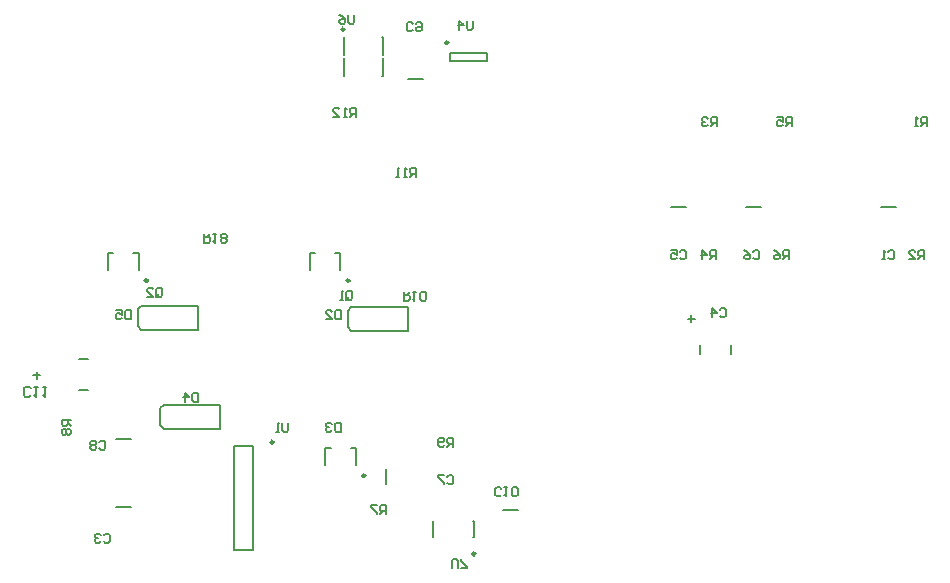
<source format=gbo>
G04 Layer_Color=32896*
%FSLAX25Y25*%
%MOIN*%
G70*
G01*
G75*
%ADD44C,0.00984*%
%ADD45C,0.00500*%
%ADD46C,0.00787*%
%ADD47C,0.00600*%
D44*
X133622Y3369D02*
G03*
X133622Y3369I-492J0D01*
G01*
X161259Y147720D02*
G03*
X161259Y147720I-492J0D01*
G01*
X126653Y152149D02*
G03*
X126653Y152149I-492J0D01*
G01*
X128372Y68369D02*
G03*
X128372Y68369I-492J0D01*
G01*
X61121D02*
G03*
X61121Y68369I-492J0D01*
G01*
X103090Y14539D02*
G03*
X103090Y14539I-492J0D01*
G01*
X170334Y-22674D02*
G03*
X170334Y-22674I-492J0D01*
G01*
D45*
X125452Y20994D02*
Y17995D01*
X123953D01*
X123453Y18495D01*
Y20495D01*
X123953Y20994D01*
X125452D01*
X122453Y20495D02*
X121953Y20994D01*
X120954D01*
X120454Y20495D01*
Y19995D01*
X120954Y19495D01*
X121453D01*
X120954D01*
X120454Y18995D01*
Y18495D01*
X120954Y17995D01*
X121953D01*
X122453Y18495D01*
D46*
X38028Y42118D02*
X41177D01*
X38028Y31882D02*
X41177D01*
X179441Y-8020D02*
X184559D01*
X120334Y12621D02*
X122106D01*
X128799D02*
X130570D01*
Y6814D02*
Y12621D01*
X120334Y6814D02*
Y12621D01*
X235393Y92976D02*
X240511D01*
X161850Y141617D02*
X174055D01*
X161850Y144373D02*
X174055D01*
Y141617D02*
Y144373D01*
X161850Y141617D02*
Y144373D01*
X245334Y43921D02*
Y47070D01*
X255570Y43921D02*
Y47070D01*
X126456Y149491D02*
X126555D01*
X126456Y143488D02*
Y149491D01*
Y136499D02*
Y142503D01*
Y136499D02*
X126555D01*
X139350D02*
X139448D01*
Y142503D01*
X139350Y149491D02*
X139448D01*
Y143488D02*
Y149491D01*
X65216Y25751D02*
X66397Y26932D01*
X85295D01*
Y19058D02*
Y22995D01*
X66397Y19058D02*
X85295D01*
X65216Y20239D02*
Y25751D01*
X85295Y22995D02*
Y26932D01*
X65216Y20239D02*
X66397Y19058D01*
X57716Y58751D02*
X58897Y59932D01*
X77795D01*
Y52058D02*
Y55995D01*
X58897Y52058D02*
X77795D01*
X57716Y53239D02*
Y58751D01*
X77795Y55995D02*
Y59932D01*
X57716Y53239D02*
X58897Y52058D01*
X305393Y92976D02*
X310511D01*
X50393Y-7024D02*
X55511D01*
X260393Y92976D02*
X265511D01*
X140472Y436D02*
Y5554D01*
X50393Y15476D02*
X55511D01*
X147893Y135515D02*
X153011D01*
X127716Y58251D02*
X128897Y59432D01*
X147795D01*
Y51558D02*
Y55495D01*
X128897Y51558D02*
X147795D01*
X127716Y52739D02*
Y58251D01*
X147795Y55495D02*
Y59432D01*
X127716Y52739D02*
X128897Y51558D01*
X115084Y77621D02*
X116856D01*
X123549D02*
X125321D01*
Y71814D02*
Y77621D01*
X115084Y71814D02*
Y77621D01*
X47834D02*
X49606D01*
X56299D02*
X58070D01*
Y71814D02*
Y77621D01*
X47834Y71814D02*
Y77621D01*
X96102Y-21327D02*
Y13318D01*
X89803Y-21327D02*
Y13318D01*
X96102D01*
X89803Y-21327D02*
X96102D01*
X156062Y-17261D02*
X156259D01*
X156062Y-11749D02*
X156259D01*
X169645Y-17261D02*
X169842D01*
X169645Y-11749D02*
X169842D01*
X156062Y-17261D02*
Y-11749D01*
X169842Y-17261D02*
Y-11749D01*
D47*
X23000Y36749D02*
X25333D01*
X24166Y37916D02*
Y35583D01*
X22037Y30084D02*
X21454Y29501D01*
X20288D01*
X19705Y30084D01*
Y32417D01*
X20288Y33000D01*
X21454D01*
X22037Y32417D01*
X23204Y33000D02*
X24370D01*
X23787D01*
Y29501D01*
X23204Y30084D01*
X26119Y33000D02*
X27286D01*
X26702D01*
Y29501D01*
X26119Y30084D01*
X242251Y54500D02*
Y56833D01*
X241084Y55666D02*
X243417D01*
X178999Y-2999D02*
X178499Y-3499D01*
X177500D01*
X177000Y-2999D01*
Y-1000D01*
X177500Y-500D01*
X178499D01*
X178999Y-1000D01*
X179999Y-500D02*
X180999D01*
X180499D01*
Y-3499D01*
X179999Y-2999D01*
X182498D02*
X182998Y-3499D01*
X183998D01*
X184498Y-2999D01*
Y-1000D01*
X183998Y-500D01*
X182998D01*
X182498Y-1000D01*
Y-2999D01*
X250452Y75495D02*
Y78494D01*
X248953D01*
X248453Y77995D01*
Y76995D01*
X248953Y76495D01*
X250452D01*
X249452D02*
X248453Y75495D01*
X245954D02*
Y78494D01*
X247453Y76995D01*
X245454D01*
X250752Y119795D02*
Y122794D01*
X249253D01*
X248753Y122295D01*
Y121295D01*
X249253Y120795D01*
X250752D01*
X249752D02*
X248753Y119795D01*
X247753Y122295D02*
X247253Y122794D01*
X246254D01*
X245754Y122295D01*
Y121795D01*
X246254Y121295D01*
X246754D01*
X246254D01*
X245754Y120795D01*
Y120295D01*
X246254Y119795D01*
X247253D01*
X247753Y120295D01*
X238453Y77995D02*
X238953Y78494D01*
X239952D01*
X240452Y77995D01*
Y75995D01*
X239952Y75495D01*
X238953D01*
X238453Y75995D01*
X235454Y78494D02*
X237453D01*
Y76995D01*
X236454Y77495D01*
X235954D01*
X235454Y76995D01*
Y75995D01*
X235954Y75495D01*
X236953D01*
X237453Y75995D01*
X169500Y154999D02*
Y152500D01*
X169000Y152000D01*
X168000D01*
X167501Y152500D01*
Y154999D01*
X165001Y152000D02*
Y154999D01*
X166501Y153499D01*
X164502D01*
X251853Y58595D02*
X252353Y59094D01*
X253352D01*
X253852Y58595D01*
Y56595D01*
X253352Y56095D01*
X252353D01*
X251853Y56595D01*
X249354Y56095D02*
Y59094D01*
X250853Y57595D01*
X248854D01*
X130000Y156999D02*
Y154500D01*
X129500Y154000D01*
X128500D01*
X128001Y154500D01*
Y156999D01*
X125002D02*
X126001Y156499D01*
X127001Y155499D01*
Y154500D01*
X126501Y154000D01*
X125501D01*
X125002Y154500D01*
Y155000D01*
X125501Y155499D01*
X127001D01*
X77952Y30994D02*
Y27995D01*
X76453D01*
X75953Y28495D01*
Y30495D01*
X76453Y30994D01*
X77952D01*
X73454Y27995D02*
Y30994D01*
X74953Y29495D01*
X72954D01*
X55452Y58494D02*
Y55495D01*
X53953D01*
X53453Y55995D01*
Y57995D01*
X53953Y58494D01*
X55452D01*
X50454D02*
X52453D01*
Y56995D01*
X51454Y57495D01*
X50954D01*
X50454Y56995D01*
Y55995D01*
X50954Y55495D01*
X51953D01*
X52453Y55995D01*
X307953Y77995D02*
X308453Y78494D01*
X309452D01*
X309952Y77995D01*
Y75995D01*
X309452Y75495D01*
X308453D01*
X307953Y75995D01*
X306953Y75495D02*
X305954D01*
X306453D01*
Y78494D01*
X306953Y77995D01*
X46453Y-16505D02*
X46953Y-16006D01*
X47952D01*
X48452Y-16505D01*
Y-18505D01*
X47952Y-19005D01*
X46953D01*
X46453Y-18505D01*
X45453Y-16505D02*
X44953Y-16006D01*
X43954D01*
X43454Y-16505D01*
Y-17005D01*
X43954Y-17505D01*
X44453D01*
X43954D01*
X43454Y-18005D01*
Y-18505D01*
X43954Y-19005D01*
X44953D01*
X45453Y-18505D01*
X262953Y77995D02*
X263453Y78494D01*
X264452D01*
X264952Y77995D01*
Y75995D01*
X264452Y75495D01*
X263453D01*
X262953Y75995D01*
X259954Y78494D02*
X260953Y77995D01*
X261953Y76995D01*
Y75995D01*
X261453Y75495D01*
X260454D01*
X259954Y75995D01*
Y76495D01*
X260454Y76995D01*
X261953D01*
X160953Y2995D02*
X161453Y3494D01*
X162452D01*
X162952Y2995D01*
Y995D01*
X162452Y495D01*
X161453D01*
X160953Y995D01*
X159953Y3494D02*
X157954D01*
Y2995D01*
X159953Y995D01*
Y495D01*
X44953Y14495D02*
X45453Y14994D01*
X46452D01*
X46952Y14495D01*
Y12495D01*
X46452Y11995D01*
X45453D01*
X44953Y12495D01*
X43953Y14495D02*
X43453Y14994D01*
X42454D01*
X41954Y14495D01*
Y13995D01*
X42454Y13495D01*
X41954Y12995D01*
Y12495D01*
X42454Y11995D01*
X43453D01*
X43953Y12495D01*
Y12995D01*
X43453Y13495D01*
X43953Y13995D01*
Y14495D01*
X43453Y13495D02*
X42454D01*
X149499Y152001D02*
X149000Y151501D01*
X148000D01*
X147500Y152001D01*
Y154000D01*
X148000Y154500D01*
X149000D01*
X149499Y154000D01*
X150499D02*
X150999Y154500D01*
X151999D01*
X152498Y154000D01*
Y152001D01*
X151999Y151501D01*
X150999D01*
X150499Y152001D01*
Y152501D01*
X150999Y153000D01*
X152498D01*
X125452Y58494D02*
Y55495D01*
X123953D01*
X123453Y55995D01*
Y57995D01*
X123953Y58494D01*
X125452D01*
X120454Y55495D02*
X122453D01*
X120454Y57495D01*
Y57995D01*
X120954Y58494D01*
X121953D01*
X122453Y57995D01*
X127203Y62495D02*
Y64495D01*
X127703Y64994D01*
X128703D01*
X129203Y64495D01*
Y62495D01*
X128703Y61995D01*
X127703D01*
X128203Y62995D02*
X127203Y61995D01*
X127703D02*
X127203Y62495D01*
X126204Y61995D02*
X125204D01*
X125704D01*
Y64994D01*
X126204Y64495D01*
X63953Y63495D02*
Y65495D01*
X64453Y65994D01*
X65452D01*
X65952Y65495D01*
Y63495D01*
X65452Y62995D01*
X64453D01*
X64952Y63995D02*
X63953Y62995D01*
X64453D02*
X63953Y63495D01*
X60954Y62995D02*
X62953D01*
X60954Y64995D01*
Y65495D01*
X61454Y65994D01*
X62453D01*
X62953Y65495D01*
X146452Y64736D02*
Y61737D01*
X147952D01*
X148451Y62236D01*
Y63236D01*
X147952Y63736D01*
X146452D01*
X147452D02*
X148451Y64736D01*
X149451D02*
X150451D01*
X149951D01*
Y61737D01*
X149451Y62236D01*
X151950D02*
X152450Y61737D01*
X153450D01*
X153950Y62236D01*
Y64236D01*
X153450Y64736D01*
X152450D01*
X151950Y64236D01*
Y62236D01*
X79952Y83995D02*
Y80996D01*
X81452D01*
X81951Y81496D01*
Y82496D01*
X81452Y82996D01*
X79952D01*
X80952D02*
X81951Y83995D01*
X82951D02*
X83951D01*
X83451D01*
Y80996D01*
X82951Y81496D01*
X85450D02*
X85950Y80996D01*
X86950D01*
X87450Y81496D01*
Y81996D01*
X86950Y82496D01*
X87450Y82996D01*
Y83496D01*
X86950Y83995D01*
X85950D01*
X85450Y83496D01*
Y82996D01*
X85950Y82496D01*
X85450Y81996D01*
Y81496D01*
X85950Y82496D02*
X86950D01*
X107952Y20994D02*
Y18495D01*
X107452Y17995D01*
X106453D01*
X105953Y18495D01*
Y20994D01*
X104953Y17995D02*
X103954D01*
X104453D01*
Y20994D01*
X104953Y20495D01*
X320752Y119795D02*
Y122794D01*
X319253D01*
X318753Y122295D01*
Y121295D01*
X319253Y120795D01*
X320752D01*
X319753D02*
X318753Y119795D01*
X317753D02*
X316754D01*
X317253D01*
Y122794D01*
X317753Y122295D01*
X319952Y75495D02*
Y78494D01*
X318453D01*
X317953Y77995D01*
Y76995D01*
X318453Y76495D01*
X319952D01*
X318952D02*
X317953Y75495D01*
X314954D02*
X316953D01*
X314954Y77495D01*
Y77995D01*
X315454Y78494D01*
X316453D01*
X316953Y77995D01*
X275752Y119795D02*
Y122794D01*
X274253D01*
X273753Y122295D01*
Y121295D01*
X274253Y120795D01*
X275752D01*
X274752D02*
X273753Y119795D01*
X270754Y122794D02*
X272753D01*
Y121295D01*
X271754Y121795D01*
X271254D01*
X270754Y121295D01*
Y120295D01*
X271254Y119795D01*
X272253D01*
X272753Y120295D01*
X274852Y75495D02*
Y78494D01*
X273353D01*
X272853Y77995D01*
Y76995D01*
X273353Y76495D01*
X274852D01*
X273852D02*
X272853Y75495D01*
X269854Y78494D02*
X270853Y77995D01*
X271853Y76995D01*
Y75995D01*
X271353Y75495D01*
X270354D01*
X269854Y75995D01*
Y76495D01*
X270354Y76995D01*
X271853D01*
X140452Y-9505D02*
Y-6506D01*
X138953D01*
X138453Y-7005D01*
Y-8005D01*
X138953Y-8505D01*
X140452D01*
X139453D02*
X138453Y-9505D01*
X137453Y-6506D02*
X135454D01*
Y-7005D01*
X137453Y-9005D01*
Y-9505D01*
X35452Y21995D02*
X32453D01*
Y20496D01*
X32953Y19996D01*
X33953D01*
X34453Y20496D01*
Y21995D01*
Y20996D02*
X35452Y19996D01*
X32953Y18996D02*
X32453Y18496D01*
Y17497D01*
X32953Y16997D01*
X33453D01*
X33953Y17497D01*
X34453Y16997D01*
X34952D01*
X35452Y17497D01*
Y18496D01*
X34952Y18996D01*
X34453D01*
X33953Y18496D01*
X33453Y18996D01*
X32953D01*
X33953Y18496D02*
Y17497D01*
X150452Y102995D02*
Y105994D01*
X148953D01*
X148453Y105495D01*
Y104495D01*
X148953Y103995D01*
X150452D01*
X149452D02*
X148453Y102995D01*
X147453D02*
X146453D01*
X146953D01*
Y105994D01*
X147453Y105495D01*
X144954Y102995D02*
X143954D01*
X144454D01*
Y105994D01*
X144954Y105495D01*
X130452Y122995D02*
Y125994D01*
X128953D01*
X128453Y125495D01*
Y124495D01*
X128953Y123995D01*
X130452D01*
X129453D02*
X128453Y122995D01*
X127453D02*
X126453D01*
X126953D01*
Y125994D01*
X127453Y125495D01*
X122955Y122995D02*
X124954D01*
X122955Y124995D01*
Y125495D01*
X123454Y125994D01*
X124454D01*
X124954Y125495D01*
X162952Y12995D02*
Y15994D01*
X161453D01*
X160953Y15495D01*
Y14495D01*
X161453Y13995D01*
X162952D01*
X161952D02*
X160953Y12995D01*
X159953Y13495D02*
X159453Y12995D01*
X158454D01*
X157954Y13495D01*
Y15495D01*
X158454Y15994D01*
X159453D01*
X159953Y15495D01*
Y14995D01*
X159453Y14495D01*
X157954D01*
X162500Y-27499D02*
Y-25000D01*
X163000Y-24500D01*
X163999D01*
X164499Y-25000D01*
Y-27499D01*
X165499D02*
X167498D01*
Y-26999D01*
X165499Y-25000D01*
Y-24500D01*
M02*

</source>
